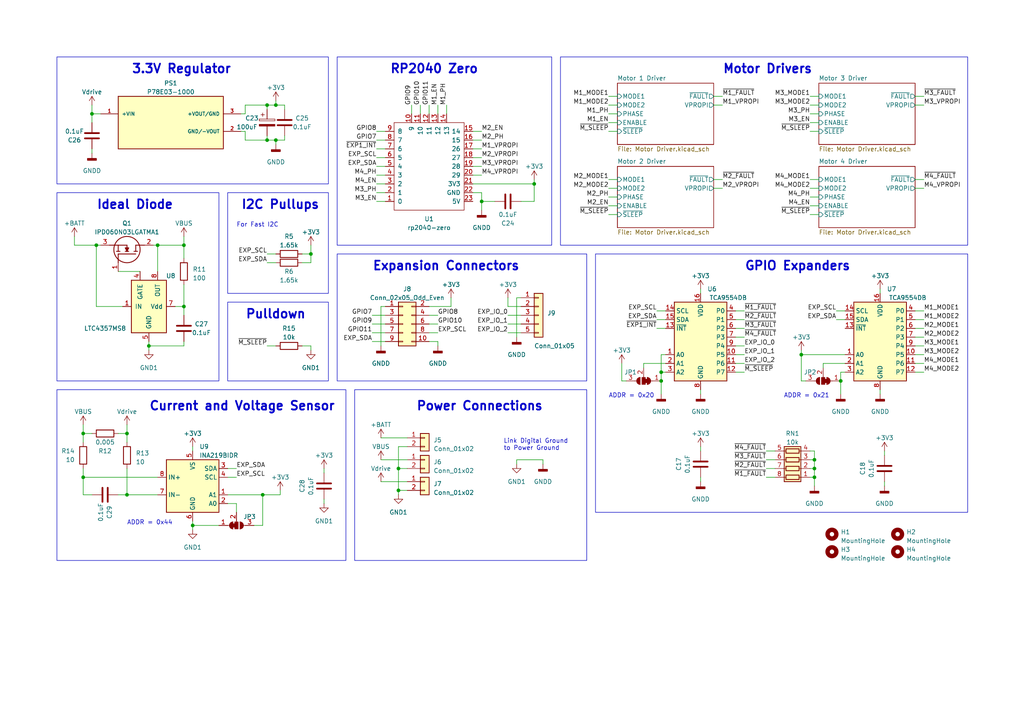
<source format=kicad_sch>
(kicad_sch (version 20230121) (generator eeschema)
  (paper "A4")
  (lib_symbols
    (symbol "Connector_Generic:Conn_01x02" (pin_names (offset 1.016) hide)
      (property "Reference" "J" (at 0 2.54 0))
      (property "Value" "Conn_01x02" (at 0 -5.08 0))
      (symbol "Conn_01x02_1_1"
        (pin passive line (at -5.08 0 0) (length 3.81) (name "Pin_1") (number "1"))
        (pin passive line (at -5.08 -2.54 0) (length 3.81) (name "Pin_2") (number "2"))
      )
    )
    (symbol "Connector_Generic:Conn_01x05" (pin_names (offset 1.016) hide)
      (property "Reference" "J" (at 0 7.62 0))
      (property "Value" "Conn_01x05" (at 0 -7.62 0))
      (symbol "Conn_01x05_1_1"
        (pin passive line (at -5.08 5.08 0) (length 3.81) (name "Pin_1") (number "1"))
        (pin passive line (at -5.08 2.54 0) (length 3.81) (name "Pin_2") (number "2"))
        (pin passive line (at -5.08 0 0) (length 3.81) (name "Pin_3") (number "3"))
        (pin passive line (at -5.08 -2.54 0) (length 3.81) (name "Pin_4") (number "4"))
        (pin passive line (at -5.08 -5.08 0) (length 3.81) (name "Pin_5") (number "5"))
      )
    )
    (symbol "Connector_Generic:Conn_02x05_Odd_Even" (pin_names (offset 1.016) hide)
      (property "Reference" "J" (at 1.27 7.62 0))
      (property "Value" "Conn_02x05_Odd_Even" (at 1.27 -7.62 0))
      (symbol "Conn_02x05_Odd_Even_1_1"
        (pin passive line (at -5.08 5.08 0) (length 3.81) (name "Pin_1") (number "1"))
        (pin passive line (at 7.62 -5.08 180) (length 3.81) (name "Pin_10") (number "10"))
        (pin passive line (at 7.62 5.08 180) (length 3.81) (name "Pin_2") (number "2"))
        (pin passive line (at -5.08 2.54 0) (length 3.81) (name "Pin_3") (number "3"))
        (pin passive line (at 7.62 2.54 180) (length 3.81) (name "Pin_4") (number "4"))
        (pin passive line (at -5.08 0 0) (length 3.81) (name "Pin_5") (number "5"))
        (pin passive line (at 7.62 0 180) (length 3.81) (name "Pin_6") (number "6"))
        (pin passive line (at -5.08 -2.54 0) (length 3.81) (name "Pin_7") (number "7"))
        (pin passive line (at 7.62 -2.54 180) (length 3.81) (name "Pin_8") (number "8"))
        (pin passive line (at -5.08 -5.08 0) (length 3.81) (name "Pin_9") (number "9"))
      )
    )
    (symbol "Device:C" (pin_numbers hide) (pin_names (offset 0.254))
      (property "Reference" "C" (at 0.635 2.54 0))
      (property "Value" "C" (at 0.635 -2.54 0))
      (symbol "C_1_1"
        (pin passive line (at 0 3.81 270) (length 2.794) (name "~") (number "1"))
        (pin passive line (at 0 -3.81 90) (length 2.794) (name "~") (number "2"))
      )
    )
    (symbol "Device:C_Polarized" (pin_numbers hide) (pin_names (offset 0.254))
      (property "Reference" "C" (at 0.635 2.54 0))
      (property "Value" "C_Polarized" (at 0.635 -2.54 0))
      (symbol "C_Polarized_1_1"
        (pin passive line (at 0 3.81 270) (length 2.794) (name "~") (number "1"))
        (pin passive line (at 0 -3.81 90) (length 2.794) (name "~") (number "2"))
      )
    )
    (symbol "Device:R" (pin_numbers hide) (pin_names (offset 0))
      (property "Reference" "R" (at 2.032 0 90))
      (property "Value" "R" (at 0 0 90))
      (symbol "R_1_1"
        (pin passive line (at 0 3.81 270) (length 1.27) (name "~") (number "1"))
        (pin passive line (at 0 -3.81 90) (length 1.27) (name "~") (number "2"))
      )
    )
    (symbol "Device:R_Pack04" (pin_names (offset 0) hide)
      (property "Reference" "RN" (at -7.62 0 90))
      (property "Value" "R_Pack04" (at 5.08 0 90))
      (symbol "R_Pack04_1_1"
        (pin passive line (at -5.08 -5.08 90) (length 2.54) (name "R1.1") (number "1"))
        (pin passive line (at -2.54 -5.08 90) (length 2.54) (name "R2.1") (number "2"))
        (pin passive line (at 0 -5.08 90) (length 2.54) (name "R3.1") (number "3"))
        (pin passive line (at 2.54 -5.08 90) (length 2.54) (name "R4.1") (number "4"))
        (pin passive line (at 2.54 5.08 270) (length 2.54) (name "R4.2") (number "5"))
        (pin passive line (at 0 5.08 270) (length 2.54) (name "R3.2") (number "6"))
        (pin passive line (at -2.54 5.08 270) (length 2.54) (name "R2.2") (number "7"))
        (pin passive line (at -5.08 5.08 270) (length 2.54) (name "R1.2") (number "8"))
      )
    )
    (symbol "IPD060N03LGATMA1:IPD060N03LGATMA1" (pin_names hide)
      (property "Reference" "Q" (at 11.43 3.81 0))
      (property "Value" "IPD060N03LGATMA1" (at 11.43 1.27 0))
      (symbol "IPD060N03LGATMA1_1_1"
        (pin passive line (at 0 0 0) (length 2.54) (name "G") (number "1"))
        (pin passive line (at 7.62 10.16 270) (length 2.54) (name "D") (number "2"))
        (pin passive line (at 7.62 -5.08 90) (length 2.54) (name "S") (number "3"))
      )
    )
    (symbol "Interface_Expansion:TCA9554DB"
      (property "Reference" "U" (at -7.62 11.43 0))
      (property "Value" "TCA9554DB" (at 2.54 11.43 0))
      (symbol "TCA9554DB_1_1"
        (pin input line (at -10.16 -5.08 0) (length 2.54) (name "A0") (number "1"))
        (pin bidirectional line (at 10.16 -5.08 180) (length 2.54) (name "P5") (number "10"))
        (pin bidirectional line (at 10.16 -7.62 180) (length 2.54) (name "P6") (number "11"))
        (pin bidirectional line (at 10.16 -10.16 180) (length 2.54) (name "P7") (number "12"))
        (pin open_collector line (at -10.16 2.54 0) (length 2.54) (name "~{INT}") (number "13"))
        (pin input line (at -10.16 7.62 0) (length 2.54) (name "SCL") (number "14"))
        (pin bidirectional line (at -10.16 5.08 0) (length 2.54) (name "SDA") (number "15"))
        (pin power_in line (at 0 12.7 270) (length 2.54) (name "VDD") (number "16"))
        (pin input line (at -10.16 -7.62 0) (length 2.54) (name "A1") (number "2"))
        (pin input line (at -10.16 -10.16 0) (length 2.54) (name "A2") (number "3"))
        (pin bidirectional line (at 10.16 7.62 180) (length 2.54) (name "P0") (number "4"))
        (pin bidirectional line (at 10.16 5.08 180) (length 2.54) (name "P1") (number "5"))
        (pin bidirectional line (at 10.16 2.54 180) (length 2.54) (name "P2") (number "6"))
        (pin bidirectional line (at 10.16 0 180) (length 2.54) (name "P3") (number "7"))
        (pin power_in line (at 0 -15.24 90) (length 2.54) (name "GND") (number "8"))
        (pin bidirectional line (at 10.16 -2.54 180) (length 2.54) (name "P4") (number "9"))
      )
    )
    (symbol "Jumper:SolderJumper_3_Bridged12" (pin_names (offset 0) hide)
      (property "Reference" "JP" (at -2.54 -2.54 0))
      (property "Value" "SolderJumper_3_Bridged12" (at 0 2.794 0))
      (symbol "SolderJumper_3_Bridged12_1_1"
        (pin passive line (at -5.08 0 0) (length 2.54) (name "A") (number "1"))
        (pin passive line (at 0 -3.81 90) (length 2.54) (name "C") (number "2"))
        (pin passive line (at 5.08 0 180) (length 2.54) (name "B") (number "3"))
      )
    )
    (symbol "KLEEB_mcu:rp2040-zero" (pin_names (offset 1.016))
      (property "Reference" "U" (at 0 15.24 0))
      (property "Value" "rp2040-zero" (at 0 12.7 0))
      (symbol "rp2040-zero_1_1"
        (pin bidirectional line (at 12.7 8.89 180) (length 2.54) (name "0") (number "1"))
        (pin bidirectional line (at 5.08 -16.51 90) (length 2.54) (name "9") (number "10"))
        (pin bidirectional line (at 2.54 -16.51 90) (length 2.54) (name "10") (number "11"))
        (pin bidirectional line (at 0 -16.51 90) (length 2.54) (name "11") (number "12"))
        (pin bidirectional line (at -2.54 -16.51 90) (length 2.54) (name "12") (number "13"))
        (pin bidirectional line (at -5.08 -16.51 90) (length 2.54) (name "13") (number "14"))
        (pin bidirectional line (at -12.7 -11.43 0) (length 2.54) (name "14") (number "15"))
        (pin bidirectional line (at -12.7 -8.89 0) (length 2.54) (name "15") (number "16"))
        (pin bidirectional line (at -12.7 -6.35 0) (length 2.54) (name "26") (number "17"))
        (pin bidirectional line (at -12.7 -3.81 0) (length 2.54) (name "27") (number "18"))
        (pin bidirectional line (at -12.7 -1.27 0) (length 2.54) (name "28") (number "19"))
        (pin bidirectional line (at 12.7 6.35 180) (length 2.54) (name "1") (number "2"))
        (pin bidirectional line (at -12.7 1.27 0) (length 2.54) (name "29") (number "20"))
        (pin power_out line (at -12.7 3.81 0) (length 2.54) (name "3V3") (number "21"))
        (pin power_out line (at -12.7 6.35 0) (length 2.54) (name "GND") (number "22"))
        (pin power_out line (at -12.7 8.89 0) (length 2.54) (name "5V") (number "23"))
        (pin bidirectional line (at 12.7 3.81 180) (length 2.54) (name "2") (number "3"))
        (pin bidirectional line (at 12.7 1.27 180) (length 2.54) (name "3") (number "4"))
        (pin bidirectional line (at 12.7 -1.27 180) (length 2.54) (name "4") (number "5"))
        (pin bidirectional line (at 12.7 -3.81 180) (length 2.54) (name "5") (number "6"))
        (pin bidirectional line (at 12.7 -6.35 180) (length 2.54) (name "6") (number "7"))
        (pin bidirectional line (at 12.7 -8.89 180) (length 2.54) (name "7") (number "8"))
        (pin bidirectional line (at 12.7 -11.43 180) (length 2.54) (name "8") (number "9"))
      )
    )
    (symbol "Mechanical:MountingHole" (pin_names (offset 1.016))
      (property "Reference" "H" (at 0 5.08 0))
      (property "Value" "MountingHole" (at 0 3.175 0))
    )
    (symbol "P78E03-1000:P78E03-1000" (pin_names (offset 1.016))
      (property "Reference" "PS" (at -15.24 7.62 0))
      (property "Value" "P78E03-1000" (at -15.24 -10.16 0))
      (symbol "P78E03-1000_0_0"
        (pin input line (at -20.32 2.54 0) (length 5.08) (name "+VIN") (number "1"))
        (pin power_in line (at 20.32 -2.54 180) (length 5.08) (name "GND/-VOUT") (number "2"))
        (pin power_in line (at 20.32 2.54 180) (length 5.08) (name "+VOUT/GND") (number "3"))
      )
    )
    (symbol "Power_Management:LTC4357MS8" (pin_names (offset 1.016))
      (property "Reference" "U" (at 6.35 6.35 0))
      (property "Value" "LTC4357MS8" (at 6.35 -6.35 0))
      (symbol "LTC4357MS8_1_1"
        (pin input line (at -7.62 0 0) (length 2.54) (name "IN") (number "1"))
        (pin no_connect line (at -5.08 -2.54 0) (length 2.54) hide (name "NC") (number "2"))
        (pin no_connect line (at -5.08 -5.08 0) (length 2.54) hide (name "NC") (number "3"))
        (pin output line (at -2.54 10.16 270) (length 2.54) (name "GATE") (number "4"))
        (pin power_in line (at 0 -10.16 90) (length 2.54) (name "GND") (number "5"))
        (pin no_connect line (at 2.54 -7.62 90) (length 2.54) hide (name "NC") (number "6"))
        (pin power_in line (at 7.62 0 180) (length 2.54) (name "Vdd") (number "7"))
        (pin input line (at 2.54 10.16 270) (length 2.54) (name "OUT") (number "8"))
      )
    )
    (symbol "Sensor_Energy:INA219BxD"
      (property "Reference" "U" (at -6.35 8.89 0))
      (property "Value" "INA219BxD" (at 5.08 8.89 0))
      (symbol "INA219BxD_1_1"
        (pin input line (at 10.16 -2.54 180) (length 2.54) (name "A1") (number "1"))
        (pin input line (at 10.16 -5.08 180) (length 2.54) (name "A0") (number "2"))
        (pin bidirectional line (at 10.16 5.08 180) (length 2.54) (name "SDA") (number "3"))
        (pin input line (at 10.16 2.54 180) (length 2.54) (name "SCL") (number "4"))
        (pin power_in line (at 0 10.16 270) (length 2.54) (name "VS") (number "5"))
        (pin power_in line (at 0 -10.16 90) (length 2.54) (name "GND") (number "6"))
        (pin input line (at -10.16 -2.54 0) (length 2.54) (name "IN-") (number "7"))
        (pin input line (at -10.16 2.54 0) (length 2.54) (name "IN+") (number "8"))
      )
    )
    (symbol "power:+3V3" (power) (pin_names (offset 0))
      (property "Value" "+3V3" (at 0 3.556 0))
      (symbol "+3V3_1_1"
        (pin power_in line (at 0 0 90) (length 0) hide (name "+3V3") (number "1"))
      )
    )
    (symbol "power:+BATT" (power) (pin_names (offset 0))
      (property "Value" "+BATT" (at 0 3.556 0))
      (symbol "+BATT_1_1"
        (pin power_in line (at 0 0 90) (length 0) hide (name "+BATT") (number "1"))
      )
    )
    (symbol "power:GND1" (power) (pin_names (offset 0))
      (property "Value" "GND1" (at 0 -3.81 0))
      (symbol "GND1_1_1"
        (pin power_in line (at 0 0 270) (length 0) hide (name "GND1") (number "1"))
      )
    )
    (symbol "power:GNDD" (power) (pin_names (offset 0))
      (property "Value" "GNDD" (at 0 -3.175 0))
      (symbol "GNDD_1_1"
        (pin power_in line (at 0 0 270) (length 0) hide (name "GNDD") (number "1"))
      )
    )
    (symbol "power:VBUS" (power) (pin_names (offset 0))
      (property "Value" "VBUS" (at 0 3.81 0))
      (symbol "VBUS_1_1"
        (pin power_in line (at 0 0 90) (length 0) hide (name "VBUS") (number "1"))
      )
    )
    (symbol "power:Vdrive" (power) (pin_names (offset 0))
      (property "Value" "Vdrive" (at 0 3.81 0))
      (symbol "Vdrive_1_1"
        (pin power_in line (at 0 0 90) (length 0) hide (name "Vdrive") (number "1"))
      )
    )
  )
  (junction (at 115.57 135.89))
  (junction (at 139.7 58.42))
  (junction (at 236.22 133.35))
  (junction (at 53.34 88.9))
  (junction (at 55.88 152.4))
  (junction (at 236.22 135.89))
  (junction (at 27.94 71.12))
  (junction (at 80.01 30.48))
  (junction (at 243.84 110.49))
  (junction (at 43.18 100.33))
  (junction (at 36.83 125.73))
  (junction (at 191.77 107.95))
  (junction (at 232.41 102.87))
  (junction (at 236.22 138.43))
  (junction (at 154.94 53.34))
  (junction (at 90.17 73.66))
  (junction (at 80.01 40.64))
  (junction (at 53.34 71.12))
  (junction (at 77.47 40.64))
  (junction (at 45.72 71.12))
  (junction (at 191.77 110.49))
  (junction (at 115.57 142.24))
  (junction (at 36.83 143.51))
  (junction (at 77.47 30.48))
  (junction (at 24.13 138.43))
  (junction (at 24.13 125.73))
  (junction (at 26.67 33.02))
  (junction (at 76.2 143.51))
  (wire (pts (xy 265.43 54.61) (xy 267.97 54.61)))
  (wire (pts (xy 68.58 135.89) (xy 66.04 135.89)))
  (wire (pts (xy 109.22 55.88) (xy 111.76 55.88)))
  (wire (pts (xy 186.69 105.41) (xy 193.04 105.41)))
  (wire (pts (xy 77.47 73.66) (xy 80.01 73.66)))
  (wire (pts (xy 55.88 151.13) (xy 55.88 152.4)))
  (wire (pts (xy 81.28 143.51) (xy 81.28 142.24)))
  (wire (pts (xy 224.79 130.81) (xy 222.25 130.81)))
  (wire (pts (xy 127 33.02) (xy 127 30.48)))
  (wire (pts (xy 236.22 138.43) (xy 236.22 140.97)))
  (wire (pts (xy 93.98 144.78) (xy 93.98 146.05)))
  (wire (pts (xy 34.29 143.51) (xy 36.83 143.51)))
  (wire (pts (xy 43.18 100.33) (xy 43.18 101.6)))
  (wire (pts (xy 24.13 125.73) (xy 24.13 128.27)))
  (wire (pts (xy 77.47 30.48) (xy 80.01 30.48)))
  (wire (pts (xy 238.76 105.41) (xy 238.76 106.68)))
  (wire (pts (xy 53.34 68.58) (xy 53.34 71.12)))
  (wire (pts (xy 190.5 92.71) (xy 193.04 92.71)))
  (wire (pts (xy 236.22 133.35) (xy 236.22 135.89)))
  (wire (pts (xy 176.53 59.69) (xy 179.07 59.69)))
  (wire (pts (xy 35.56 88.9) (xy 27.94 88.9)))
  (wire (pts (xy 186.69 106.68) (xy 186.69 105.41)))
  (wire (pts (xy 36.83 125.73) (xy 36.83 123.19)))
  (wire (pts (xy 115.57 135.89) (xy 115.57 142.24)))
  (wire (pts (xy 137.16 48.26) (xy 139.7 48.26)))
  (wire (pts (xy 265.43 27.94) (xy 267.97 27.94)))
  (wire (pts (xy 213.36 107.95) (xy 215.9 107.95)))
  (wire (pts (xy 154.94 53.34) (xy 154.94 52.07)))
  (wire (pts (xy 213.36 92.71) (xy 215.9 92.71)))
  (wire (pts (xy 109.22 43.18) (xy 111.76 43.18)))
  (wire (pts (xy 121.92 30.48) (xy 121.92 33.02)))
  (wire (pts (xy 147.32 91.44) (xy 151.13 91.44)))
  (wire (pts (xy 234.95 38.1) (xy 237.49 38.1)))
  (wire (pts (xy 53.34 91.44) (xy 53.34 88.9)))
  (wire (pts (xy 265.43 100.33) (xy 267.97 100.33)))
  (wire (pts (xy 181.61 110.49) (xy 180.34 110.49)))
  (wire (pts (xy 24.13 135.89) (xy 24.13 138.43)))
  (wire (pts (xy 71.12 33.02) (xy 71.12 30.48)))
  (wire (pts (xy 265.43 105.41) (xy 267.97 105.41)))
  (wire (pts (xy 71.12 40.64) (xy 77.47 40.64)))
  (wire (pts (xy 236.22 130.81) (xy 236.22 133.35)))
  (wire (pts (xy 115.57 142.24) (xy 115.57 143.51)))
  (wire (pts (xy 157.48 133.35) (xy 157.48 134.62)))
  (wire (pts (xy 77.47 40.64) (xy 77.47 39.37)))
  (wire (pts (xy 76.2 143.51) (xy 66.04 143.51)))
  (wire (pts (xy 190.5 95.25) (xy 193.04 95.25)))
  (wire (pts (xy 109.22 50.8) (xy 111.76 50.8)))
  (wire (pts (xy 265.43 95.25) (xy 267.97 95.25)))
  (wire (pts (xy 68.58 146.05) (xy 68.58 148.59)))
  (wire (pts (xy 124.46 88.9) (xy 130.81 88.9)))
  (wire (pts (xy 191.77 107.95) (xy 191.77 110.49)))
  (wire (pts (xy 203.2 138.43) (xy 203.2 139.7)))
  (wire (pts (xy 224.79 133.35) (xy 222.25 133.35)))
  (wire (pts (xy 180.34 110.49) (xy 180.34 105.41)))
  (wire (pts (xy 149.86 134.62) (xy 149.86 133.35)))
  (wire (pts (xy 87.63 76.2) (xy 90.17 76.2)))
  (wire (pts (xy 24.13 125.73) (xy 26.67 125.73)))
  (wire (pts (xy 109.22 40.64) (xy 111.76 40.64)))
  (wire (pts (xy 213.36 100.33) (xy 215.9 100.33)))
  (wire (pts (xy 109.22 48.26) (xy 111.76 48.26)))
  (wire (pts (xy 119.38 30.48) (xy 119.38 33.02)))
  (wire (pts (xy 137.16 38.1) (xy 139.7 38.1)))
  (wire (pts (xy 87.63 100.33) (xy 90.17 100.33)))
  (wire (pts (xy 43.18 99.06) (xy 43.18 100.33)))
  (wire (pts (xy 53.34 88.9) (xy 50.8 88.9)))
  (wire (pts (xy 236.22 135.89) (xy 236.22 138.43)))
  (wire (pts (xy 129.54 33.02) (xy 129.54 30.48)))
  (wire (pts (xy 147.32 93.98) (xy 151.13 93.98)))
  (wire (pts (xy 234.95 59.69) (xy 237.49 59.69)))
  (wire (pts (xy 255.27 113.03) (xy 255.27 114.3)))
  (wire (pts (xy 110.49 133.35) (xy 118.11 133.35)))
  (wire (pts (xy 34.29 78.74) (xy 40.64 78.74)))
  (wire (pts (xy 137.16 55.88) (xy 139.7 55.88)))
  (wire (pts (xy 243.84 114.3) (xy 243.84 110.49)))
  (wire (pts (xy 127 99.06) (xy 127 100.33)))
  (wire (pts (xy 53.34 74.93) (xy 53.34 71.12)))
  (wire (pts (xy 53.34 99.06) (xy 53.34 100.33)))
  (wire (pts (xy 80.01 30.48) (xy 82.55 30.48)))
  (wire (pts (xy 207.01 54.61) (xy 209.55 54.61)))
  (wire (pts (xy 224.79 138.43) (xy 222.25 138.43)))
  (wire (pts (xy 242.57 92.71) (xy 245.11 92.71)))
  (wire (pts (xy 149.86 133.35) (xy 157.48 133.35)))
  (wire (pts (xy 176.53 30.48) (xy 179.07 30.48)))
  (wire (pts (xy 176.53 35.56) (xy 179.07 35.56)))
  (wire (pts (xy 176.53 33.02) (xy 179.07 33.02)))
  (wire (pts (xy 45.72 71.12) (xy 53.34 71.12)))
  (wire (pts (xy 68.58 138.43) (xy 66.04 138.43)))
  (wire (pts (xy 151.13 88.9) (xy 147.32 88.9)))
  (wire (pts (xy 137.16 53.34) (xy 154.94 53.34)))
  (wire (pts (xy 77.47 31.75) (xy 77.47 30.48)))
  (wire (pts (xy 265.43 30.48) (xy 267.97 30.48)))
  (wire (pts (xy 107.95 96.52) (xy 111.76 96.52)))
  (wire (pts (xy 154.94 58.42) (xy 154.94 53.34)))
  (wire (pts (xy 151.13 58.42) (xy 154.94 58.42)))
  (wire (pts (xy 26.67 143.51) (xy 24.13 143.51)))
  (wire (pts (xy 176.53 54.61) (xy 179.07 54.61)))
  (wire (pts (xy 203.2 113.03) (xy 203.2 114.3)))
  (wire (pts (xy 93.98 135.89) (xy 93.98 137.16)))
  (wire (pts (xy 53.34 82.55) (xy 53.34 88.9)))
  (wire (pts (xy 27.94 71.12) (xy 29.21 71.12)))
  (wire (pts (xy 45.72 78.74) (xy 45.72 71.12)))
  (wire (pts (xy 115.57 129.54) (xy 115.57 135.89)))
  (wire (pts (xy 71.12 38.1) (xy 69.85 38.1)))
  (wire (pts (xy 242.57 90.17) (xy 245.11 90.17)))
  (wire (pts (xy 77.47 40.64) (xy 80.01 40.64)))
  (wire (pts (xy 139.7 55.88) (xy 139.7 58.42)))
  (wire (pts (xy 265.43 90.17) (xy 267.97 90.17)))
  (wire (pts (xy 26.67 30.48) (xy 26.67 33.02)))
  (wire (pts (xy 71.12 30.48) (xy 77.47 30.48)))
  (wire (pts (xy 26.67 43.18) (xy 26.67 44.45)))
  (wire (pts (xy 124.46 93.98) (xy 127 93.98)))
  (wire (pts (xy 234.95 52.07) (xy 237.49 52.07)))
  (wire (pts (xy 77.47 100.33) (xy 80.01 100.33)))
  (wire (pts (xy 45.72 71.12) (xy 44.45 71.12)))
  (wire (pts (xy 24.13 123.19) (xy 24.13 125.73)))
  (wire (pts (xy 139.7 58.42) (xy 139.7 60.96)))
  (wire (pts (xy 213.36 90.17) (xy 215.9 90.17)))
  (wire (pts (xy 213.36 97.79) (xy 215.9 97.79)))
  (wire (pts (xy 21.59 71.12) (xy 27.94 71.12)))
  (wire (pts (xy 55.88 129.54) (xy 55.88 130.81)))
  (wire (pts (xy 69.85 33.02) (xy 71.12 33.02)))
  (wire (pts (xy 265.43 52.07) (xy 267.97 52.07)))
  (wire (pts (xy 234.95 57.15) (xy 237.49 57.15)))
  (wire (pts (xy 191.77 102.87) (xy 191.77 107.95)))
  (wire (pts (xy 124.46 96.52) (xy 127 96.52)))
  (wire (pts (xy 139.7 58.42) (xy 143.51 58.42)))
  (wire (pts (xy 234.95 27.94) (xy 237.49 27.94)))
  (wire (pts (xy 232.41 101.6) (xy 232.41 102.87)))
  (wire (pts (xy 109.22 53.34) (xy 111.76 53.34)))
  (wire (pts (xy 234.95 130.81) (xy 236.22 130.81)))
  (wire (pts (xy 110.49 88.9) (xy 110.49 100.33)))
  (wire (pts (xy 109.22 58.42) (xy 111.76 58.42)))
  (wire (pts (xy 232.41 102.87) (xy 232.41 110.49)))
  (wire (pts (xy 76.2 143.51) (xy 76.2 152.4)))
  (wire (pts (xy 207.01 30.48) (xy 209.55 30.48)))
  (wire (pts (xy 118.11 135.89) (xy 115.57 135.89)))
  (wire (pts (xy 137.16 45.72) (xy 139.7 45.72)))
  (wire (pts (xy 80.01 30.48) (xy 80.01 29.21)))
  (wire (pts (xy 234.95 35.56) (xy 237.49 35.56)))
  (wire (pts (xy 26.67 33.02) (xy 26.67 35.56)))
  (wire (pts (xy 233.68 110.49) (xy 232.41 110.49)))
  (wire (pts (xy 224.79 135.89) (xy 222.25 135.89)))
  (wire (pts (xy 149.86 97.79) (xy 149.86 86.36)))
  (wire (pts (xy 124.46 91.44) (xy 127 91.44)))
  (wire (pts (xy 193.04 107.95) (xy 191.77 107.95)))
  (wire (pts (xy 137.16 43.18) (xy 139.7 43.18)))
  (wire (pts (xy 265.43 92.71) (xy 267.97 92.71)))
  (wire (pts (xy 90.17 71.12) (xy 90.17 73.66)))
  (wire (pts (xy 26.67 33.02) (xy 29.21 33.02)))
  (wire (pts (xy 245.11 105.41) (xy 238.76 105.41)))
  (wire (pts (xy 90.17 101.6) (xy 90.17 100.33)))
  (wire (pts (xy 149.86 86.36) (xy 151.13 86.36)))
  (wire (pts (xy 90.17 73.66) (xy 90.17 76.2)))
  (wire (pts (xy 213.36 105.41) (xy 215.9 105.41)))
  (wire (pts (xy 36.83 135.89) (xy 36.83 143.51)))
  (wire (pts (xy 87.63 73.66) (xy 90.17 73.66)))
  (wire (pts (xy 107.95 99.06) (xy 111.76 99.06)))
  (wire (pts (xy 265.43 107.95) (xy 267.97 107.95)))
  (wire (pts (xy 82.55 31.75) (xy 82.55 30.48)))
  (wire (pts (xy 55.88 152.4) (xy 55.88 153.67)))
  (wire (pts (xy 191.77 110.49) (xy 191.77 114.3)))
  (wire (pts (xy 213.36 102.87) (xy 215.9 102.87)))
  (wire (pts (xy 243.84 110.49) (xy 243.84 107.95)))
  (wire (pts (xy 193.04 102.87) (xy 191.77 102.87)))
  (wire (pts (xy 234.95 138.43) (xy 236.22 138.43)))
  (wire (pts (xy 82.55 39.37) (xy 82.55 40.64)))
  (wire (pts (xy 176.53 27.94) (xy 179.07 27.94)))
  (wire (pts (xy 80.01 41.91) (xy 80.01 40.64)))
  (wire (pts (xy 107.95 91.44) (xy 111.76 91.44)))
  (wire (pts (xy 21.59 68.58) (xy 21.59 71.12)))
  (wire (pts (xy 176.53 62.23) (xy 179.07 62.23)))
  (wire (pts (xy 24.13 138.43) (xy 24.13 143.51)))
  (wire (pts (xy 265.43 102.87) (xy 267.97 102.87)))
  (wire (pts (xy 147.32 86.36) (xy 147.32 88.9)))
  (wire (pts (xy 107.95 93.98) (xy 111.76 93.98)))
  (wire (pts (xy 234.95 30.48) (xy 237.49 30.48)))
  (wire (pts (xy 66.04 146.05) (xy 68.58 146.05)))
  (wire (pts (xy 109.22 38.1) (xy 111.76 38.1)))
  (wire (pts (xy 147.32 96.52) (xy 151.13 96.52)))
  (wire (pts (xy 71.12 40.64) (xy 71.12 38.1)))
  (wire (pts (xy 77.47 76.2) (xy 80.01 76.2)))
  (wire (pts (xy 118.11 142.24) (xy 115.57 142.24)))
  (wire (pts (xy 124.46 99.06) (xy 127 99.06)))
  (wire (pts (xy 207.01 52.07) (xy 209.55 52.07)))
  (wire (pts (xy 213.36 95.25) (xy 215.9 95.25)))
  (wire (pts (xy 55.88 152.4) (xy 63.5 152.4)))
  (wire (pts (xy 36.83 125.73) (xy 36.83 128.27)))
  (wire (pts (xy 234.95 133.35) (xy 236.22 133.35)))
  (wire (pts (xy 73.66 152.4) (xy 76.2 152.4)))
  (wire (pts (xy 124.46 30.48) (xy 124.46 33.02)))
  (wire (pts (xy 203.2 129.54) (xy 203.2 130.81)))
  (wire (pts (xy 256.54 139.7) (xy 256.54 140.97)))
  (wire (pts (xy 243.84 107.95) (xy 245.11 107.95)))
  (wire (pts (xy 130.81 88.9) (xy 130.81 86.36)))
  (wire (pts (xy 255.27 83.82) (xy 255.27 85.09)))
  (wire (pts (xy 176.53 52.07) (xy 179.07 52.07)))
  (wire (pts (xy 118.11 129.54) (xy 115.57 129.54)))
  (wire (pts (xy 234.95 33.02) (xy 237.49 33.02)))
  (wire (pts (xy 110.49 88.9) (xy 111.76 88.9)))
  (wire (pts (xy 176.53 57.15) (xy 179.07 57.15)))
  (wire (pts (xy 27.94 88.9) (xy 27.94 71.12)))
  (wire (pts (xy 81.28 143.51) (xy 76.2 143.51)))
  (wire (pts (xy 190.5 90.17) (xy 193.04 90.17)))
  (wire (pts (xy 36.83 143.51) (xy 45.72 143.51)))
  (wire (pts (xy 110.49 139.7) (xy 118.11 139.7)))
  (wire (pts (xy 234.95 54.61) (xy 237.49 54.61)))
  (wire (pts (xy 232.41 102.87) (xy 245.11 102.87)))
  (wire (pts (xy 234.95 135.89) (xy 236.22 135.89)))
  (wire (pts (xy 24.13 138.43) (xy 45.72 138.43)))
  (wire (pts (xy 137.16 40.64) (xy 139.7 40.64)))
  (wire (pts (xy 137.16 50.8) (xy 139.7 50.8)))
  (wire (pts (xy 203.2 83.82) (xy 203.2 85.09)))
  (wire (pts (xy 234.95 62.23) (xy 237.49 62.23)))
  (wire (pts (xy 256.54 130.81) (xy 256.54 132.08)))
  (wire (pts (xy 53.34 100.33) (xy 43.18 100.33)))
  (wire (pts (xy 110.49 127) (xy 118.11 127)))
  (wire (pts (xy 265.43 97.79) (xy 267.97 97.79)))
  (wire (pts (xy 82.55 40.64) (xy 80.01 40.64)))
  (wire (pts (xy 34.29 125.73) (xy 36.83 125.73)))
  (wire (pts (xy 176.53 38.1) (xy 179.07 38.1)))
  (wire (pts (xy 109.22 45.72) (xy 111.76 45.72)))
  (wire (pts (xy 207.01 27.94) (xy 209.55 27.94)))
  (rectangle (start 102.87 113.03) (end 170.18 162.56))
  (rectangle (start 16.51 113.03) (end 100.33 162.56))
  (rectangle (start 172.72 73.66) (end 280.67 148.59))
  (rectangle (start 97.79 16.51) (end 160.02 71.12))
  (rectangle (start 66.04 87.63) (end 95.25 110.49))
  (rectangle (start 16.51 55.88) (end 63.5 110.49))
  (rectangle (start 66.04 55.88) (end 95.25 85.09))
  (rectangle (start 162.56 16.51) (end 280.67 71.12))
  (rectangle (start 16.51 16.51) (end 95.25 53.34))
  (rectangle (start 97.79 73.66) (end 170.18 110.49))
  (text "GPIO Expanders" (at 215.9 78.74 0) (effects (font (size 2.54 2.54) (thickness 0.508) bold) (justify left bottom)))
  (text "RP2040 Zero" (at 113.03 21.59 0) (effects (font (size 2.54 2.54) (thickness 0.508) bold) (justify left bottom)))
  (text "Expansion Connectors" (at 107.95 78.74 0) (effects (font (size 2.54 2.54) (thickness 0.508) bold) (justify left bottom)))
  (text "For Fast I2C" (at 68.58 66.04 0) (effects (font (size 1.27 1.27)) (justify left bottom)))
  (text "Ideal Diode" (at 27.94 60.96 0) (effects (font (size 2.54 2.54) (thickness 0.508) bold) (justify left bottom)))
  (text "Pulldown" (at 71.12 92.71 0) (effects (font (size 2.54 2.54) (thickness 0.508) bold) (justify left bottom)))
  (text "3.3V Regulator" (at 38.1 21.59 0) (effects (font (size 2.54 2.54) (thickness 0.508) bold) (justify left bottom)))
  (text "ADDR = 0x21" (at 227.33 115.57 0) (effects (font (size 1.27 1.27)) (justify left bottom)))
  (text "Current and Voltage Sensor" (at 43.18 119.38 0) (effects (font (size 2.54 2.54) (thickness 0.508) bold) (justify left bottom)))
  (text "Power Connections" (at 120.65 119.38 0) (effects (font (size 2.54 2.54) (thickness 0.508) bold) (justify left bottom)))
  (text "Link Digital Ground\nto Power Ground" (at 146.05 130.81 0) (effects (font (size 1.27 1.27)) (justify left bottom)))
  (text "ADDR = 0x20" (at 176.53 115.57 0) (effects (font (size 1.27 1.27)) (justify left bottom)))
  (text "ADDR = 0x44" (at 36.83 152.4 0) (effects (font (size 1.27 1.27)) (justify left bottom)))
  (text "I2C Pullups" (at 69.85 60.96 0) (effects (font (size 2.54 2.54) (thickness 0.508) bold) (justify left bottom)))
  (text "Motor Drivers" (at 209.55 21.59 0) (effects (font (size 2.54 2.54) (thickness 0.508) bold) (justify left bottom)))
  (label "M2_VPROPI" (at 209.55 54.61 0))
  (label "~{M_SLEEP}" (at 234.95 38.1 180))
  (label "M4_EN" (at 109.22 53.34 180))
  (label "~{M3_FAULT}" (at 215.9 95.25 0))
  (label "M1_MODE2" (at 176.53 30.48 180))
  (label "M4_MODE2" (at 234.95 54.61 180))
  (label "~{M3_FAULT}" (at 267.97 27.94 0))
  (label "EXP_IO_0" (at 215.9 100.33 0))
  (label "M1_PH" (at 129.54 30.48 90))
  (label "M2_MODE2" (at 176.53 54.61 180))
  (label "~{M_SLEEP}" (at 176.53 38.1 180))
  (label "GPIO8" (at 127 91.44 0))
  (label "GPIO9" (at 119.38 30.48 90))
  (label "EXP_SDA" (at 190.5 92.71 180))
  (label "EXP_SCL" (at 127 96.52 0))
  (label "EXP_SCL" (at 109.22 45.72 180))
  (label "GPIO10" (at 127 93.98 0))
  (label "M2_MODE1" (at 176.53 52.07 180))
  (label "~{M4_FAULT}" (at 267.97 52.07 0))
  (label "M3_EN" (at 234.95 35.56 180))
  (label "EXP_IO_0" (at 147.32 91.44 180))
  (label "GPIO9" (at 107.95 93.98 180))
  (label "M1_MODE2" (at 267.97 92.71 0))
  (label "M3_VPROPI" (at 267.97 30.48 0))
  (label "M2_VPROPI" (at 139.7 45.72 0))
  (label "~{M_SLEEP}" (at 215.9 107.95 0))
  (label "EXP_SCL" (at 68.58 138.43 0))
  (label "M2_PH" (at 176.53 57.15 180))
  (label "M3_PH" (at 109.22 55.88 180))
  (label "M1_MODE1" (at 267.97 90.17 0))
  (label "EXP_SCL" (at 190.5 90.17 180))
  (label "M3_EN" (at 109.22 58.42 180))
  (label "M4_MODE1" (at 267.97 105.41 0))
  (label "M2_EN" (at 176.53 59.69 180))
  (label "EXP_IO_1" (at 147.32 93.98 180))
  (label "~{M4_FAULT}" (at 222.25 130.81 180))
  (label "M3_MODE1" (at 267.97 100.33 0))
  (label "EXP_SDA" (at 109.22 48.26 180))
  (label "~{M4_FAULT}" (at 215.9 97.79 0))
  (label "GPIO7" (at 109.22 40.64 180))
  (label "~{EXP1_INT}" (at 109.22 43.18 180))
  (label "M2_EN" (at 139.7 38.1 0))
  (label "M4_MODE1" (at 234.95 52.07 180))
  (label "EXP_SDA" (at 242.57 92.71 180))
  (label "M4_EN" (at 234.95 59.69 180))
  (label "M2_MODE2" (at 267.97 97.79 0))
  (label "M4_PH" (at 109.22 50.8 180))
  (label "M1_MODE1" (at 176.53 27.94 180))
  (label "GPIO8" (at 109.22 38.1 180))
  (label "EXP_IO_1" (at 215.9 102.87 0))
  (label "M3_PH" (at 234.95 33.02 180))
  (label "M4_PH" (at 234.95 57.15 180))
  (label "~{M_SLEEP}" (at 234.95 62.23 180))
  (label "EXP_SDA" (at 77.47 76.2 180))
  (label "~{M3_FAULT}" (at 222.25 133.35 180))
  (label "~{M2_FAULT}" (at 222.25 135.89 180))
  (label "EXP_SDA" (at 107.95 99.06 180))
  (label "M3_MODE2" (at 267.97 102.87 0))
  (label "M4_MODE2" (at 267.97 107.95 0))
  (label "~{EXP1_INT}" (at 190.5 95.25 180))
  (label "M1_VPROPI" (at 139.7 43.18 0))
  (label "~{M_SLEEP}" (at 176.53 62.23 180))
  (label "GPIO10" (at 121.92 30.48 90))
  (label "~{M1_FAULT}" (at 222.25 138.43 180))
  (label "M3_MODE1" (at 234.95 27.94 180))
  (label "M4_VPROPI" (at 139.7 50.8 0))
  (label "M1_EN" (at 127 30.48 90))
  (label "~{M2_FAULT}" (at 209.55 52.07 0))
  (label "EXP_SCL" (at 77.47 73.66 180))
  (label "~{M2_FAULT}" (at 215.9 92.71 0))
  (label "M2_PH" (at 139.7 40.64 0))
  (label "M4_VPROPI" (at 267.97 54.61 0))
  (label "~{M1_FAULT}" (at 209.55 27.94 0))
  (label "GPIO11" (at 124.46 30.48 90))
  (label "M3_MODE2" (at 234.95 30.48 180))
  (label "EXP_SCL" (at 242.57 90.17 180))
  (label "EXP_IO_2" (at 147.32 96.52 180))
  (label "M1_PH" (at 176.53 33.02 180))
  (label "M1_VPROPI" (at 209.55 30.48 0))
  (label "M1_EN" (at 176.53 35.56 180))
  (label "EXP_IO_2" (at 215.9 105.41 0))
  (label "GPIO11" (at 107.95 96.52 180))
  (label "~{M_SLEEP}" (at 77.47 100.33 180))
  (label "GPIO7" (at 107.95 91.44 180))
  (label "~{M1_FAULT}" (at 215.9 90.17 0))
  (label "M2_MODE1" (at 267.97 95.25 0))
  (label "EXP_SDA" (at 68.58 135.89 0))
  (label "M3_VPROPI" (at 139.7 48.26 0))
  (symbol (lib_id "Interface_Expansion:TCA9554DB") (at 203.2 97.79 0) (unit 1)
    (property "Reference" "U6" (at 205.1559 83.82 0) (effects (justify left)))
    (property "Value" "TCA9554DB" (at 205.74 86.36 0) (effects (justify left)))
    (property "Footprint" "Package_SO:SSOP-16_5.3x6.2mm_P0.65mm" (effects hide))
    (property "Datasheet" "http://www.ti.com/lit/ds/symlink/tca9554.pdf" (effects hide))
    (property "Mfr. No" "TCA9554DWR" (effects hide))
  )
  (symbol (lib_id "power:+3V3") (at 55.88 129.54 0) (unit 1)
    (property "Reference" "#PWR041" (effects hide))
    (property "Value" "+3V3" (at 55.88 125.73 0))
  )
  (symbol (lib_id "power:GNDD") (at 110.49 100.33 0) (unit 1)
    (property "Reference" "#PWR057" (effects hide))
    (property "Value" "GNDD" (at 110.49 105.41 0))
  )
  (symbol (lib_id "power:+3V3") (at 81.28 142.24 0) (unit 1)
    (property "Reference" "#PWR049" (effects hide))
    (property "Value" "+3V3" (at 81.28 138.43 0))
  )
  (symbol (lib_id "Device:R") (at 24.13 132.08 0) (unit 1)
    (property "Reference" "R14" (at 17.78 130.81 0) (effects (justify left)))
    (property "Value" "10" (at 19.05 133.35 0) (effects (justify left)))
    (property "Footprint" "Resistor_SMD:R_0805_2012Metric_Pad1.20x1.40mm_HandSolder" (effects hide))
    (property "Mfr. No" "RCC080510R0FKEA" (effects hide))
  )
  (symbol (lib_id "power:VBUS") (at 110.49 133.35 0) (unit 1)
    (property "Reference" "#PWR055" (effects hide))
    (property "Value" "VBUS" (at 110.49 129.54 0))
  )
  (symbol (lib_id "Connector_Generic:Conn_01x02") (at 123.19 127 0) (unit 1)
    (property "Reference" "J5" (at 125.73 127.635 0) (effects (justify left)))
    (property "Value" "Conn_01x02" (at 125.73 130.175 0) (effects (justify left)))
    (property "Footprint" "TB009-508-02BE:CUI_TB009-508-02BE" (effects hide))
    (property "Mfr. No" "TB009-508-02BE" (effects hide))
  )
  (symbol (lib_id "Mechanical:MountingHole") (at 241.3 154.94 0) (unit 1)
    (property "Reference" "H1" (at 243.84 154.305 0) (effects (justify left)))
    (property "Value" "MountingHole" (at 243.84 156.845 0) (effects (justify left)))
    (property "Footprint" "MountingHole:MountingHole_4.3mm_M4" (effects hide))
  )
  (symbol (lib_id "power:GND1") (at 90.17 101.6 0) (unit 1)
    (property "Reference" "#PWR062" (effects hide))
    (property "Value" "GND1" (at 90.17 106.68 0))
  )
  (symbol (lib_id "power:+3V3") (at 130.81 86.36 0) (unit 1)
    (property "Reference" "#PWR058" (effects hide))
    (property "Value" "+3V3" (at 130.81 82.55 0))
  )
  (symbol (lib_id "power:Vdrive") (at 110.49 139.7 0) (unit 1)
    (property "Reference" "#PWR056" (effects hide))
    (property "Value" "Vdrive" (at 110.49 135.89 0))
  )
  (symbol (lib_id "power:GND1") (at 55.88 153.67 0) (unit 1)
    (property "Reference" "#PWR042" (effects hide))
    (property "Value" "GND1" (at 55.88 158.75 0))
  )
  (symbol (lib_id "P78E03-1000:P78E03-1000") (at 49.53 35.56 0) (unit 1)
    (property "Reference" "PS1" (at 49.53 24.13 0))
    (property "Value" "P78E03-1000" (at 49.53 26.67 0))
    (property "Footprint" "P78E03-1000:CONV_P78E03-1000" (effects hide))
    (property "STANDARD" "Manufacturer Recommendations" (effects hide))
    (property "MANUFACTURER" "CUI Inc" (effects hide))
    (property "Mfr. No" "P78E03-1000" (effects hide))
  )
  (symbol (lib_id "power:VBUS") (at 24.13 123.19 0) (unit 1)
    (property "Reference" "#PWR046" (effects hide))
    (property "Value" "VBUS" (at 24.13 119.38 0))
  )
  (symbol (lib_id "power:GND1") (at 93.98 146.05 0) (unit 1)
    (property "Reference" "#PWR044" (effects hide))
    (property "Value" "GND1" (at 93.98 151.13 0))
  )
  (symbol (lib_id "Device:C") (at 26.67 39.37 0) (unit 1)
    (property "Reference" "C26" (at 21.59 40.64 0))
    (property "Value" "0.1uF" (at 21.59 38.1 0))
    (property "Footprint" "Capacitor_SMD:C_0805_2012Metric_Pad1.18x1.45mm_HandSolder" (effects hide))
    (property "Mfr. No" "08055C104JAT2A" (effects hide))
  )
  (symbol (lib_id "Device:R") (at 53.34 78.74 180) (unit 1)
    (property "Reference" "R11" (at 55.88 78.105 0) (effects (justify right)))
    (property "Value" "100" (at 55.88 80.645 0) (effects (justify right)))
    (property "Footprint" "Resistor_SMD:R_0805_2012Metric_Pad1.20x1.40mm_HandSolder" (effects hide))
    (property "Mfr. No" "RCC0805100RFKEA" (effects hide))
  )
  (symbol (lib_id "power:+3V3") (at 93.98 135.89 0) (unit 1)
    (property "Reference" "#PWR043" (effects hide))
    (property "Value" "+3V3" (at 93.98 132.08 0))
  )
  (symbol (lib_id "Device:C") (at 30.48 143.51 90) (unit 1)
    (property "Reference" "C29" (at 31.75 148.59 0))
    (property "Value" "0.1uF" (at 29.21 148.59 0))
    (property "Footprint" "Capacitor_SMD:C_0805_2012Metric_Pad1.18x1.45mm_HandSolder" (effects hide))
    (property "Mfr. No" "08055C104JAT2A" (effects hide))
  )
  (symbol (lib_id "power:GNDD") (at 149.86 97.79 0) (unit 1)
    (property "Reference" "#PWR060" (effects hide))
    (property "Value" "GNDD" (at 149.86 102.87 0))
  )
  (symbol (lib_id "Device:R") (at 83.82 76.2 90) (unit 1)
    (property "Reference" "R6" (at 83.82 78.74 90))
    (property "Value" "1.65k" (at 83.82 81.28 90))
    (property "Footprint" "Resistor_SMD:R_0805_2012Metric_Pad1.20x1.40mm_HandSolder" (effects hide))
    (property "Mfr. No" "CRCW08051K65FKEA" (effects hide))
  )
  (symbol (lib_id "power:+3V3") (at 203.2 83.82 0) (unit 1)
    (property "Reference" "#PWR017" (effects hide))
    (property "Value" "+3V3" (at 203.2 80.01 0))
  )
  (symbol (lib_id "Jumper:SolderJumper_3_Bridged12") (at 238.76 110.49 180) (unit 1)
    (property "Reference" "JP2" (at 234.95 107.95 0))
    (property "Value" "SolderJumper_3_Bridged12" (effects hide))
    (property "Footprint" "Jumper:SolderJumper-3_P1.3mm_Bridged12_RoundedPad1.0x1.5mm_NumberLabels" (effects hide))
  )
  (symbol (lib_id "IPD060N03LGATMA1:IPD060N03LGATMA1") (at 34.29 78.74 270) (mirror x) (unit 1)
    (property "Reference" "Q1" (at 36.83 64.77 90))
    (property "Value" "IPD060N03LGATMA1" (at 36.83 67.31 90))
    (property "Footprint" "IPD060N03LGATMA1:IPD060N03LGATMA1" (effects hide))
    (property "Datasheet" "https://www.infineon.com/dgdl/Infineon-IPD060N03L%20G-DataSheet-v02_02-EN.pdf?fileId=db3a30432313ff5e01239e4d33a3702f" (effects hide))
    (property "Height" "2.5" (effects hide))
    (property "Manufacturer_Name" "Infineon" (effects hide))
    (property "Manufacturer_Part_Number" "IPD060N03LGATMA1" (effects hide))
    (property "Mouser Part Number" "726-IPD060N03LGATMA1" (effects hide))
    (property "Mouser Price/Stock" "https://www.mouser.co.uk/ProductDetail/Infineon-Technologies/IPD060N03LGATMA1?qs=Dj8dEyEphkPMHEbgPBJgAQ%3D%3D" (effects hide))
    (property "Arrow Part Number" "IPD060N03LGATMA1" (effects hide))
    (property "Arrow Price/Stock" "https://www.arrow.com/en/products/ipd060n03lgatma1/infineon-technologies-ag?region=nac" (effects hide))
    (property "Mfr. No" "IPD060N03LGATMA1" (effects hide))
  )
  (symbol (lib_id "Device:C") (at 53.34 95.25 180) (unit 1)
    (property "Reference" "C27" (at 58.42 93.98 0))
    (property "Value" "0.1uF" (at 58.42 96.52 0))
    (property "Footprint" "Capacitor_SMD:C_0805_2012Metric_Pad1.18x1.45mm_HandSolder" (effects hide))
    (property "Mfr. No" "08055C104JAT2A" (effects hide))
  )
  (symbol (lib_id "power:GNDD") (at 255.27 114.3 0) (unit 1)
    (property "Reference" "#PWR026" (effects hide))
    (property "Value" "GNDD" (at 255.27 119.38 0))
  )
  (symbol (lib_id "Sensor_Energy:INA219BxD") (at 55.88 140.97 0) (unit 1)
    (property "Reference" "U9" (at 57.8359 129.54 0) (effects (justify left)))
    (property "Value" "INA219BIDR" (at 57.8359 132.08 0) (effects (justify left)))
    (property "Footprint" "Package_SO:SOIC-8_3.9x4.9mm_P1.27mm" (effects hide))
    (property "Datasheet" "http://www.ti.com/lit/ds/symlink/ina219.pdf" (effects hide))
    (property "Mfr. No" "INA219BIDR" (effects hide))
  )
  (symbol (lib_id "power:GNDD") (at 203.2 114.3 0) (unit 1)
    (property "Reference" "#PWR018" (effects hide))
    (property "Value" "GNDD" (at 203.2 119.38 0))
  )
  (symbol (lib_id "power:+3V3") (at 147.32 86.36 0) (unit 1)
    (property "Reference" "#PWR061" (effects hide))
    (property "Value" "+3V3" (at 147.32 82.55 0))
  )
  (symbol (lib_id "power:+3V3") (at 90.17 71.12 0) (unit 1)
    (property "Reference" "#PWR029" (effects hide))
    (property "Value" "+3V3" (at 90.17 67.31 0))
  )
  (symbol (lib_id "power:+3V3") (at 154.94 52.07 0) (unit 1)
    (property "Reference" "#PWR037" (effects hide))
    (property "Value" "+3V3" (at 154.94 48.26 0))
  )
  (symbol (lib_id "power:+BATT") (at 110.49 127 0) (unit 1)
    (property "Reference" "#PWR054" (effects hide))
    (property "Value" "+BATT" (at 110.49 123.19 0))
  )
  (symbol (lib_id "power:GNDD") (at 157.48 134.62 0) (unit 1)
    (property "Reference" "#PWR052" (effects hide))
    (property "Value" "GNDD" (at 157.48 139.7 0))
  )
  (symbol (lib_id "Device:R_Pack04") (at 229.87 133.35 90) (unit 1)
    (property "Reference" "RN1" (at 229.87 125.73 90))
    (property "Value" "10k" (at 229.87 128.27 90))
    (property "Footprint" "Resistor_SMD:R_Array_Convex_4x1206" (effects hide))
    (property "Mfr. No" "YC324-JK-0710KL" (effects hide))
  )
  (symbol (lib_id "power:Vdrive") (at 26.67 30.48 0) (unit 1)
    (property "Reference" "#PWR050" (effects hide))
    (property "Value" "Vdrive" (at 26.67 26.67 0))
  )
  (symbol (lib_id "power:GNDD") (at 139.7 60.96 0) (unit 1)
    (property "Reference" "#PWR030" (effects hide))
    (property "Value" "GNDD" (at 139.7 66.04 0))
  )
  (symbol (lib_id "Device:C") (at 256.54 135.89 0) (unit 1)
    (property "Reference" "C18" (at 250.19 135.89 90))
    (property "Value" "0.1uF" (at 252.73 135.89 90))
    (property "Footprint" "Capacitor_SMD:C_0805_2012Metric_Pad1.18x1.45mm_HandSolder" (effects hide))
    (property "Mfr. No" "08055C104JAT2A" (effects hide))
  )
  (symbol (lib_id "Device:C_Polarized") (at 77.47 35.56 0) (unit 1)
    (property "Reference" "C23" (at 71.12 34.29 0) (effects (justify left)))
    (property "Value" "100uF" (at 68.58 36.83 0) (effects (justify left)))
    (property "Footprint" "Capacitor_THT:CP_Radial_D10.0mm_P5.00mm" (effects hide))
    (property "Mfr. No" "UVZ1J101MPD" (effects hide))
  )
  (symbol (lib_id "power:GNDD") (at 256.54 140.97 0) (unit 1)
    (property "Reference" "#PWR028" (effects hide))
    (property "Value" "GNDD" (at 256.54 146.05 0))
  )
  (symbol (lib_id "Mechanical:MountingHole") (at 241.3 160.02 0) (unit 1)
    (property "Reference" "H3" (at 243.84 159.385 0) (effects (justify left)))
    (property "Value" "MountingHole" (at 243.84 161.925 0) (effects (justify left)))
    (property "Footprint" "MountingHole:MountingHole_4.3mm_M4" (effects hide))
  )
  (symbol (lib_id "power:+3V3") (at 203.2 129.54 0) (unit 1)
    (property "Reference" "#PWR019" (effects hide))
    (property "Value" "+3V3" (at 203.2 125.73 0))
  )
  (symbol (lib_id "power:+3V3") (at 232.41 101.6 0) (unit 1)
    (property "Reference" "#PWR023" (effects hide))
    (property "Value" "+3V3" (at 232.41 97.79 0))
  )
  (symbol (lib_id "Device:C") (at 93.98 140.97 0) (unit 1)
    (property "Reference" "C28" (at 87.63 140.97 90))
    (property "Value" "0.1uF" (at 90.17 140.97 90))
    (property "Footprint" "Capacitor_SMD:C_0805_2012Metric_Pad1.18x1.45mm_HandSolder" (effects hide))
    (property "Mfr. No" "08055C104JAT2A" (effects hide))
  )
  (symbol (lib_id "power:GNDD") (at 203.2 139.7 0) (unit 1)
    (property "Reference" "#PWR020" (effects hide))
    (property "Value" "GNDD" (at 203.2 144.78 0))
  )
  (symbol (lib_id "Interface_Expansion:TCA9554DB") (at 255.27 97.79 0) (unit 1)
    (property "Reference" "U7" (at 257.2259 83.82 0) (effects (justify left)))
    (property "Value" "TCA9554DB" (at 257.81 86.36 0) (effects (justify left)))
    (property "Footprint" "Package_SO:SSOP-16_5.3x6.2mm_P0.65mm" (effects hide))
    (property "Datasheet" "http://www.ti.com/lit/ds/symlink/tca9554.pdf" (effects hide))
    (property "Mfr. No" "TCA9554DWR" (effects hide))
  )
  (symbol (lib_id "Device:C") (at 203.2 134.62 0) (unit 1)
    (property "Reference" "C17" (at 196.85 134.62 90))
    (property "Value" "0.1uF" (at 199.39 134.62 90))
    (property "Footprint" "Capacitor_SMD:C_0805_2012Metric_Pad1.18x1.45mm_HandSolder" (effects hide))
    (property "Mfr. No" "08055C104JAT2A" (effects hide))
  )
  (symbol (lib_id "Device:R") (at 36.83 132.08 0) (unit 1)
    (property "Reference" "R13" (at 39.37 131.445 0) (effects (justify left)))
    (property "Value" "10" (at 39.37 133.985 0) (effects (justify left)))
    (property "Footprint" "Resistor_SMD:R_0805_2012Metric_Pad1.20x1.40mm_HandSolder" (effects hide))
    (property "Mfr. No" "RCC080510R0FKEA" (effects hide))
  )
  (symbol (lib_id "Connector_Generic:Conn_02x05_Odd_Even") (at 116.84 93.98 0) (unit 1)
    (property "Reference" "J8" (at 118.11 83.82 0))
    (property "Value" "Conn_02x05_Odd_Even" (at 118.11 86.36 0))
    (property "Footprint" "Connector_IDC:IDC-Header_2x05_P2.54mm_Vertical" (effects hide))
    (property "Mfr. No" "61201021621" (effects hide))
  )
  (symbol (lib_id "power:GND1") (at 149.86 134.62 0) (unit 1)
    (property "Reference" "#PWR051" (effects hide))
    (property "Value" "GND1" (at 149.86 139.7 0))
  )
  (symbol (lib_id "Device:R") (at 30.48 125.73 90) (unit 1)
    (property "Reference" "R12" (at 30.48 130.81 90))
    (property "Value" "0.005" (at 30.48 128.27 90))
    (property "Footprint" "Resistor_SMD:R_2512_6332Metric_Pad1.40x3.35mm_HandSolder" (effects hide))
    (property "Mfr. No" "MSMA2512R0050FEN" (effects hide))
  )
  (symbol (lib_id "Power_Management:LTC4357MS8") (at 43.18 88.9 0) (unit 1)
    (property "Reference" "U8" (at 49.53 80.01 0))
    (property "Value" "LTC4357MS8" (at 30.48 95.25 0))
    (property "Footprint" "Package_SO:MSOP-8_3x3mm_P0.65mm" (effects hide))
    (property "Datasheet" "https://www.analog.com/media/en/technical-documentation/data-sheets/4357fd.pdf" (effects hide))
    (property "Mfr. No" "LTC4357CMS8#PBF" (effects hide))
  )
  (symbol (lib_id "Device:R") (at 83.82 100.33 90) (unit 1)
    (property "Reference" "R15" (at 83.82 95.25 90))
    (property "Value" "10k" (at 83.82 97.79 90))
    (property "Footprint" "Resistor_SMD:R_0805_2012Metric_Pad1.20x1.40mm_HandSolder" (effects hide))
    (property "Mfr. No" "CRS0805-FX-1002ELF" (effects hide))
  )
  (symbol (lib_id "power:+3V3") (at 256.54 130.81 0) (unit 1)
    (property "Reference" "#PWR027" (effects hide))
    (property "Value" "+3V3" (at 256.54 127 0))
  )
  (symbol (lib_id "power:GNDD") (at 80.01 41.91 0) (unit 1)
    (property "Reference" "#PWR031" (effects hide))
    (property "Value" "GNDD" (at 80.01 46.99 0))
  )
  (symbol (lib_id "power:GNDD") (at 26.67 44.45 0) (unit 1)
    (property "Reference" "#PWR039" (effects hide))
    (property "Value" "GNDD" (at 26.67 49.53 0))
  )
  (symbol (lib_id "Connector_Generic:Conn_01x05") (at 156.21 91.44 0) (unit 1)
    (property "Reference" "J9" (at 158.75 90.805 0) (effects (justify left)))
    (property "Value" "Conn_01x05" (at 154.94 100.33 0) (effects (justify left)))
    (property "Footprint" "Connector_PinSocket_2.54mm:PinSocket_1x05_P2.54mm_Vertical" (effects hide))
  )
  (symbol (lib_id "Mechanical:MountingHole") (at 260.35 160.02 0) (unit 1)
    (property "Reference" "H4" (at 262.89 159.385 0) (effects (justify left)))
    (property "Value" "MountingHole" (at 262.89 161.925 0) (effects (justify left)))
    (property "Footprint" "MountingHole:MountingHole_4.3mm_M4" (effects hide))
  )
  (symbol (lib_id "Device:C") (at 82.55 35.56 180) (unit 1)
    (property "Reference" "C25" (at 87.63 34.29 0))
    (property "Value" "0.1uF" (at 87.63 36.83 0))
    (property "Footprint" "Capacitor_SMD:C_0805_2012Metric_Pad1.18x1.45mm_HandSolder" (effects hide))
    (property "Mfr. No" "08055C104JAT2A" (effects hide))
  )
  (symbol (lib_id "power:GNDD") (at 191.77 114.3 0) (unit 1)
    (property "Reference" "#PWR021" (effects hide))
    (property "Value" "GNDD" (at 191.77 119.38 0))
  )
  (symbol (lib_id "Jumper:SolderJumper_3_Bridged12") (at 186.69 110.49 180) (unit 1)
    (property "Reference" "JP1" (at 182.88 107.95 0))
    (property "Value" "SolderJumper_3_Bridged12" (effects hide))
    (property "Footprint" "Jumper:SolderJumper-3_P1.3mm_Bridged12_RoundedPad1.0x1.5mm_NumberLabels" (effects hide))
  )
  (symbol (lib_id "power:GNDD") (at 236.22 140.97 0) (unit 1)
    (property "Reference" "#PWR036" (effects hide))
    (property "Value" "GNDD" (at 236.22 146.05 0))
  )
  (symbol (lib_id "power:Vdrive") (at 36.83 123.19 0) (unit 1)
    (property "Reference" "#PWR047" (effects hide))
    (property "Value" "Vdrive" (at 36.83 119.38 0))
  )
  (symbol (lib_id "Connector_Generic:Conn_01x02") (at 123.19 139.7 0) (unit 1)
    (property "Reference" "J7" (at 125.73 140.335 0) (effects (justify left)))
    (property "Value" "Conn_01x02" (at 125.73 142.875 0) (effects (justify left)))
    (property "Footprint" "TB009-508-02BE:CUI_TB009-508-02BE" (effects hide))
    (property "Mfr. No" "TB009-508-02BE" (effects hide))
  )
  (symbol (lib_id "power:GNDD") (at 127 100.33 0) (unit 1)
    (property "Reference" "#PWR059" (effects hide))
    (property "Value" "GNDD" (at 127 105.41 0))
  )
  (symbol (lib_id "KLEEB_mcu:rp2040-zero") (at 124.46 49.53 180) (unit 1)
    (property "Reference" "U1" (at 124.46 63.5 0))
    (property "Value" "rp2040-zero" (at 124.46 66.04 0))
    (property "Footprint" "KLEEB_mcu:rp2040-zero-tht" (effects hide))
  )
  (symbol (lib_id "Device:R") (at 83.82 73.66 90) (unit 1)
    (property "Reference" "R5" (at 83.82 68.58 90))
    (property "Value" "1.65k" (at 83.82 71.12 90))
    (property "Footprint" "Resistor_SMD:R_0805_2012Metric_Pad1.20x1.40mm_HandSolder" (effects hide))
    (property "Mfr. No" "CRCW08051K65FKEA" (effects hide))
  )
  (symbol (lib_id "Jumper:SolderJumper_3_Bridged12") (at 68.58 152.4 0) (mirror x) (unit 1)
    (property "Reference" "JP3" (at 72.39 149.86 0))
    (property "Value" "SolderJumper_3_Bridged12" (effects hide))
    (property "Footprint" "Jumper:SolderJumper-3_P1.3mm_Bridged12_RoundedPad1.0x1.5mm_NumberLabels" (effects hide))
  )
  (symbol (lib_id "power:+3V3") (at 180.34 105.41 0) (unit 1)
    (property "Reference" "#PWR022" (effects hide))
    (property "Value" "+3V3" (at 180.34 101.6 0))
  )
  (symbol (lib_id "Device:C") (at 147.32 58.42 90) (unit 1)
    (property "Reference" "C24" (at 147.32 64.77 90))
    (property "Value" "0.1uF" (at 147.32 62.23 90))
    (property "Footprint" "Capacitor_SMD:C_0805_2012Metric_Pad1.18x1.45mm_HandSolder" (effects hide))
    (property "Mfr. No" "08055C104JAT2A" (effects hide))
  )
  (symbol (lib_id "power:GND1") (at 115.57 143.51 0) (unit 1)
    (property "Reference" "#PWR053" (effects hide))
    (property "Value" "GND1" (at 115.57 148.59 0))
  )
  (symbol (lib_id "power:GND1") (at 43.18 101.6 0) (unit 1)
    (property "Reference" "#PWR040" (effects hide))
    (property "Value" "GND1" (at 43.18 106.68 0))
  )
  (symbol (lib_id "power:+BATT") (at 21.59 68.58 0) (unit 1)
    (property "Reference" "#PWR048" (effects hide))
    (property "Value" "+BATT" (at 21.59 64.77 0))
  )
  (symbol (lib_id "power:VBUS") (at 53.34 68.58 0) (unit 1)
    (property "Reference" "#PWR045" (effects hide))
    (property "Value" "VBUS" (at 53.34 64.77 0))
  )
  (symbol (lib_id "Connector_Generic:Conn_01x02") (at 123.19 133.35 0) (unit 1)
    (property "Reference" "J6" (at 125.73 133.985 0) (effects (justify left)))
    (property "Value" "Conn_01x02" (at 125.73 136.525 0) (effects (justify left)))
    (property "Footprint" "TB009-508-02BE:CUI_TB009-508-02BE" (effects hide))
    (property "Mfr. No" "TB009-508-02BE" (effects hide))
  )
  (symbol (lib_id "power:+3V3") (at 255.27 83.82 0) (unit 1)
    (property "Reference" "#PWR025" (effects hide))
    (property "Value" "+3V3" (at 255.27 80.01 0))
  )
  (symbol (lib_id "Mechanical:MountingHole") (at 260.35 154.94 0) (unit 1)
    (property "Reference" "H2" (at 262.89 154.305 0) (effects (justify left)))
    (property "Value" "MountingHole" (at 262.89 156.845 0) (effects (justify left)))
    (property "Footprint" "MountingHole:MountingHole_4.3mm_M4" (effects hide))
  )
  (symbol (lib_id "power:+3V3") (at 80.01 29.21 0) (unit 1)
    (property "Reference" "#PWR038" (effects hide))
    (property "Value" "+3V3" (at 80.01 25.4 0))
  )
  (symbol (lib_id "power:GNDD") (at 243.84 114.3 0) (unit 1)
    (property "Reference" "#PWR033" (effects hide))
    (property "Value" "GNDD" (at 243.84 119.38 0))
  )
  (sheet (at 237.49 48.26) (size 27.94 17.78) (stroke (width 0.1524))
    (property "Sheetname" "Motor 4 Driver" (at 237.49 47.5484 0) (effects (justify left bottom)))
    (property "Sheetfile" "Motor Driver.kicad_sch" (at 237.49 66.6246 0) (effects (justify left top)))
    (pin "~{FAULT}" output (at 265.43 52.07 0))
    (pin "VPROPI" output (at 265.43 54.61 0))
    (pin "MODE2" input (at 237.49 54.61 180))
    (pin "PHASE" input (at 237.49 57.15 180))
    (pin "ENABLE" input (at 237.49 59.69 180))
    (pin "~{SLEEP}" input (at 237.49 62.23 180))
    (pin "MODE1" input (at 237.49 52.07 180))
  )
  (sheet (at 237.49 24.13) (size 27.94 17.78) (stroke (width 0.1524))
    (property "Sheetname" "Motor 3 Driver" (at 237.49 23.4184 0) (effects (justify left bottom)))
    (property "Sheetfile" "Motor Driver.kicad_sch" (at 237.49 42.4946 0) (effects (justify left top)))
    (pin "~{FAULT}" output (at 265.43 27.94 0))
    (pin "VPROPI" output (at 265.43 30.48 0))
    (pin "MODE2" input (at 237.49 30.48 180))
    (pin "PHASE" input (at 237.49 33.02 180))
    (pin "ENABLE" input (at 237.49 35.56 180))
    (pin "~{SLEEP}" input (at 237.49 38.1 180))
    (pin "MODE1" input (at 237.49 27.94 180))
  )
  (sheet (at 179.07 24.13) (size 27.94 17.78) (stroke (width 0.1524))
    (property "Sheetname" "Motor 1 Driver" (at 179.07 23.4184 0) (effects (justify left bottom)))
    (property "Sheetfile" "Motor Driver.kicad_sch" (at 179.07 42.4946 0) (effects (justify left top)))
    (pin "~{FAULT}" output (at 207.01 27.94 0))
    (pin "VPROPI" output (at 207.01 30.48 0))
    (pin "MODE2" input (at 179.07 30.48 180))
    (pin "PHASE" input (at 179.07 33.02 180))
    (pin "ENABLE" input (at 179.07 35.56 180))
    (pin "~{SLEEP}" input (at 179.07 38.1 180))
    (pin "MODE1" input (at 179.07 27.94 180))
  )
  (sheet (at 179.07 48.26) (size 27.94 17.78) (stroke (width 0.1524))
    (property "Sheetname" "Motor 2 Driver" (at 179.07 47.5484 0) (effects (justify left bottom)))
    (property "Sheetfile" "Motor Driver.kicad_sch" (at 179.07 66.6246 0) (effects (justify left top)))
    (pin "~{FAULT}" output (at 207.01 52.07 0))
    (pin "VPROPI" output (at 207.01 54.61 0))
    (pin "MODE2" input (at 179.07 54.61 180))
    (pin "PHASE" input (at 179.07 57.15 180))
    (pin "ENABLE" input (at 179.07 59.69 180))
    (pin "~{SLEEP}" input (at 179.07 62.23 180))
    (pin "MODE1" input (at 179.07 52.07 180))
  )
)
</source>
